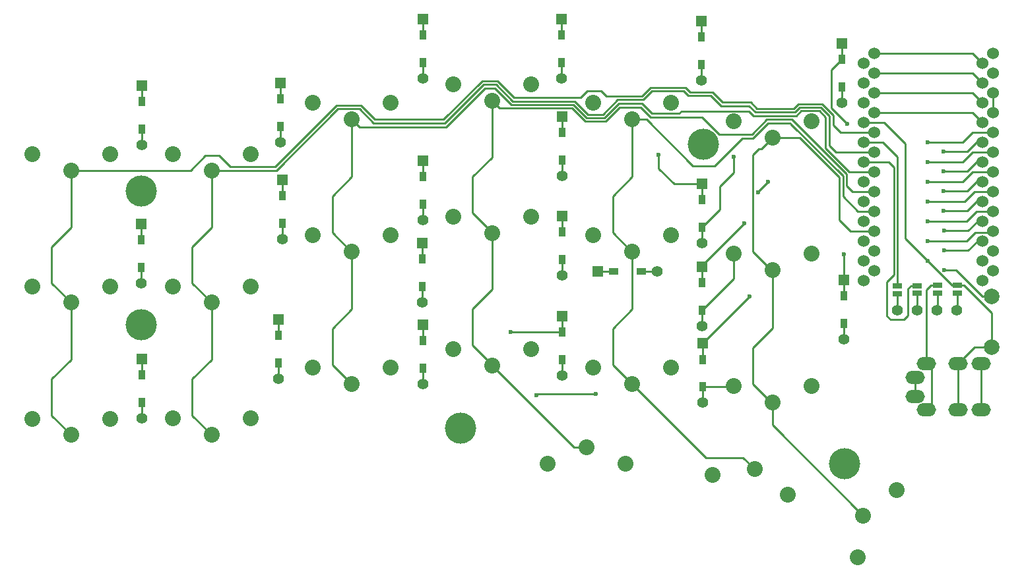
<source format=gtl>
G04 #@! TF.GenerationSoftware,KiCad,Pcbnew,(6.0.8-1)-1*
G04 #@! TF.CreationDate,2023-02-26T16:34:20+02:00*
G04 #@! TF.ProjectId,chococorne,63686f63-6f63-46f7-926e-652e6b696361,2.1*
G04 #@! TF.SameCoordinates,Original*
G04 #@! TF.FileFunction,Copper,L1,Top*
G04 #@! TF.FilePolarity,Positive*
%FSLAX46Y46*%
G04 Gerber Fmt 4.6, Leading zero omitted, Abs format (unit mm)*
G04 Created by KiCad (PCBNEW (6.0.8-1)-1) date 2023-02-26 16:34:20*
%MOMM*%
%LPD*%
G01*
G04 APERTURE LIST*
G04 #@! TA.AperFunction,ComponentPad*
%ADD10R,1.397000X1.397000*%
G04 #@! TD*
G04 #@! TA.AperFunction,SMDPad,CuDef*
%ADD11R,0.950000X1.300000*%
G04 #@! TD*
G04 #@! TA.AperFunction,ComponentPad*
%ADD12C,1.397000*%
G04 #@! TD*
G04 #@! TA.AperFunction,SMDPad,CuDef*
%ADD13R,1.300000X0.950000*%
G04 #@! TD*
G04 #@! TA.AperFunction,ComponentPad*
%ADD14O,2.500000X1.700000*%
G04 #@! TD*
G04 #@! TA.AperFunction,ComponentPad*
%ADD15C,2.032000*%
G04 #@! TD*
G04 #@! TA.AperFunction,ComponentPad*
%ADD16C,1.524000*%
G04 #@! TD*
G04 #@! TA.AperFunction,SMDPad,CuDef*
%ADD17R,1.143000X0.635000*%
G04 #@! TD*
G04 #@! TA.AperFunction,ComponentPad*
%ADD18C,2.000000*%
G04 #@! TD*
G04 #@! TA.AperFunction,ComponentPad*
%ADD19C,4.000000*%
G04 #@! TD*
G04 #@! TA.AperFunction,ViaPad*
%ADD20C,0.600000*%
G04 #@! TD*
G04 #@! TA.AperFunction,Conductor*
%ADD21C,0.250000*%
G04 #@! TD*
G04 APERTURE END LIST*
D10*
X94750000Y-60230000D03*
D11*
X94750000Y-62265000D03*
D12*
X94750000Y-67850000D03*
D11*
X94750000Y-65815000D03*
D10*
X113030000Y-52070000D03*
D11*
X113030000Y-54105000D03*
X113030000Y-57655000D03*
D12*
X113030000Y-59690000D03*
D11*
X130810000Y-54105000D03*
D10*
X130810000Y-52070000D03*
D12*
X130810000Y-59690000D03*
D11*
X130810000Y-57655000D03*
X148775000Y-54350000D03*
D10*
X148775000Y-52315000D03*
D12*
X148775000Y-59935000D03*
D11*
X148775000Y-57900000D03*
X148850000Y-75250000D03*
D10*
X148850000Y-73215000D03*
D11*
X148850000Y-78800000D03*
D12*
X148850000Y-80835000D03*
D11*
X94980000Y-74765000D03*
D10*
X94980000Y-72730000D03*
D12*
X94980000Y-80350000D03*
D11*
X94980000Y-78315000D03*
D10*
X113030000Y-70215000D03*
D11*
X113030000Y-72250000D03*
X113030000Y-75800000D03*
D12*
X113030000Y-77835000D03*
D11*
X130920000Y-66585000D03*
D10*
X130920000Y-64550000D03*
D11*
X130920000Y-70135000D03*
D12*
X130920000Y-72170000D03*
D10*
X166825000Y-55165000D03*
D11*
X166825000Y-57200000D03*
D12*
X166825000Y-62785000D03*
D11*
X166825000Y-60750000D03*
X148875000Y-85925000D03*
D10*
X148875000Y-83890000D03*
D11*
X148875000Y-89475000D03*
D12*
X148875000Y-91510000D03*
D11*
X94480000Y-92700000D03*
D10*
X94480000Y-90665000D03*
D11*
X94480000Y-96250000D03*
D12*
X94480000Y-98285000D03*
D10*
X112950000Y-80865000D03*
D11*
X112950000Y-82900000D03*
D12*
X112950000Y-88485000D03*
D11*
X112950000Y-86450000D03*
D10*
X130890000Y-77370000D03*
D11*
X130890000Y-79405000D03*
X130890000Y-82955000D03*
D12*
X130890000Y-84990000D03*
D11*
X167050000Y-87575000D03*
D10*
X167050000Y-85540000D03*
D11*
X167050000Y-91125000D03*
D12*
X167050000Y-93160000D03*
D10*
X148950000Y-93740000D03*
D11*
X148950000Y-95775000D03*
D12*
X148950000Y-101360000D03*
D11*
X148950000Y-99325000D03*
D13*
X137495000Y-84480000D03*
D10*
X135460000Y-84480000D03*
D12*
X143080000Y-84480000D03*
D13*
X141045000Y-84480000D03*
D11*
X130910000Y-92295000D03*
D10*
X130910000Y-90260000D03*
D11*
X130910000Y-95845000D03*
D12*
X130910000Y-97880000D03*
D10*
X113000000Y-91290000D03*
D11*
X113000000Y-93325000D03*
X113000000Y-96875000D03*
D12*
X113000000Y-98910000D03*
D14*
X176160000Y-98070000D03*
X176160000Y-100520000D03*
X184660000Y-96320000D03*
X184660000Y-102270000D03*
X181660000Y-102270000D03*
X181660000Y-96320000D03*
X177660000Y-96320000D03*
X177660000Y-102270000D03*
D15*
X85910000Y-71480000D03*
X80910000Y-69380000D03*
X90910000Y-69380000D03*
X103910000Y-64920000D03*
X98910000Y-62820000D03*
X108910000Y-62820000D03*
X121910000Y-62560000D03*
X116910000Y-60460000D03*
X126910000Y-60460000D03*
X139910000Y-64920000D03*
X144910000Y-62820000D03*
X134910000Y-62820000D03*
X157910000Y-67300000D03*
X152910000Y-65200000D03*
X162910000Y-65200000D03*
X85910000Y-88480000D03*
X90910000Y-86380000D03*
X80910000Y-86380000D03*
X103910000Y-81920000D03*
X108910000Y-79820000D03*
X98910000Y-79820000D03*
X121910000Y-79550000D03*
X126910000Y-77450000D03*
X116910000Y-77450000D03*
X139910000Y-81920000D03*
X144910000Y-79820000D03*
X134910000Y-79820000D03*
X157910000Y-84300000D03*
X152910000Y-82200000D03*
X162910000Y-82200000D03*
X85910000Y-105485000D03*
X80910000Y-103385000D03*
X90910000Y-103385000D03*
X103910000Y-98925000D03*
X108910000Y-96825000D03*
X98910000Y-96825000D03*
X121910000Y-96550000D03*
X126910000Y-94450000D03*
X116910000Y-94450000D03*
X139910000Y-98925000D03*
X144910000Y-96825000D03*
X134910000Y-96825000D03*
X157910000Y-101300000D03*
X162910000Y-99200000D03*
X152910000Y-99200000D03*
X134010000Y-107090000D03*
X139010000Y-109190000D03*
X129010000Y-109190000D03*
X155587032Y-109881038D03*
X159873142Y-113203577D03*
X150213883Y-110615387D03*
X169550450Y-115840000D03*
X168869103Y-121220127D03*
X173869103Y-112559873D03*
D16*
X186166400Y-56432000D03*
X169620000Y-57702000D03*
X169620000Y-60242000D03*
X186166400Y-58972000D03*
X186166400Y-61512000D03*
X169620000Y-62782000D03*
X186166400Y-64052000D03*
X169620000Y-65322000D03*
X186166400Y-66592000D03*
X169620000Y-67862000D03*
X169620000Y-70402000D03*
X186166400Y-69132000D03*
X169620000Y-72942000D03*
X186166400Y-71672000D03*
X169620000Y-75482000D03*
X186166400Y-74212000D03*
X169620000Y-78022000D03*
X186166400Y-76752000D03*
X186166400Y-79292000D03*
X169620000Y-80562000D03*
X186166400Y-81832000D03*
X169620000Y-83102000D03*
X186166400Y-84372000D03*
X169620000Y-85642000D03*
X184860000Y-85642000D03*
X170946400Y-84372000D03*
X170946400Y-81832000D03*
X184860000Y-83102000D03*
X184860000Y-80562000D03*
X170946400Y-79292000D03*
X170946400Y-76752000D03*
X184860000Y-78022000D03*
X184860000Y-75482000D03*
X170946400Y-74212000D03*
X170946400Y-71672000D03*
X184860000Y-72942000D03*
X170946400Y-69132000D03*
X184860000Y-70402000D03*
X184860000Y-67862000D03*
X170946400Y-66592000D03*
X184860000Y-65322000D03*
X170946400Y-64052000D03*
X170946400Y-61512000D03*
X184860000Y-62782000D03*
X170946400Y-58972000D03*
X184860000Y-60242000D03*
X184860000Y-57702000D03*
X170946400Y-56432000D03*
D10*
X76850000Y-78365000D03*
D11*
X76850000Y-80400000D03*
D12*
X76850000Y-85985000D03*
D11*
X76850000Y-83950000D03*
D10*
X76975000Y-95715000D03*
D11*
X76975000Y-97750000D03*
D12*
X76975000Y-103335000D03*
D11*
X76975000Y-101300000D03*
D15*
X67910000Y-88480000D03*
X72910000Y-86380000D03*
X62910000Y-86380000D03*
X67910000Y-105500000D03*
X62910000Y-103400000D03*
X72910000Y-103400000D03*
X67910000Y-71480000D03*
X62910000Y-69380000D03*
X72910000Y-69380000D03*
D17*
X179070000Y-86279620D03*
X179070000Y-87280380D03*
D12*
X173930000Y-89440000D03*
X176470000Y-89440000D03*
X179010000Y-89440000D03*
X181550000Y-89440000D03*
D17*
X176470000Y-86299620D03*
X176470000Y-87300380D03*
X173930000Y-86329620D03*
X173930000Y-87330380D03*
X181640000Y-86270020D03*
X181640000Y-87270780D03*
D18*
X186030000Y-94180000D03*
X186030000Y-87680000D03*
D10*
X76975000Y-60565000D03*
D11*
X76975000Y-62600000D03*
X76975000Y-66150000D03*
D12*
X76975000Y-68185000D03*
D19*
X149025000Y-68125000D03*
X76870000Y-74150000D03*
X117820000Y-104650000D03*
X167140000Y-109200000D03*
X76870000Y-91290000D03*
D20*
X143300000Y-69475000D03*
X177800000Y-72942000D03*
X177800000Y-75482000D03*
X167500500Y-65500000D03*
X154260000Y-78283686D03*
X154950000Y-87675000D03*
X167050000Y-82250000D03*
X177800000Y-78022000D03*
X124330000Y-92295000D03*
X177800000Y-80562000D03*
X152925000Y-69700000D03*
X157285500Y-72925000D03*
X156024500Y-74275000D03*
X135250000Y-100250000D03*
X127600000Y-100350000D03*
X177800000Y-83100000D03*
X179832000Y-69088000D03*
X179832000Y-71628000D03*
X179832000Y-74168000D03*
X179832000Y-76708000D03*
X179959000Y-79248000D03*
X179959000Y-81788000D03*
X179959000Y-84328000D03*
X177800000Y-70402000D03*
X177800000Y-67862000D03*
D21*
X148850000Y-75250000D02*
X148850000Y-73215000D01*
X143300000Y-71220792D02*
X143300000Y-69475000D01*
X113030000Y-54105000D02*
X113030000Y-52070000D01*
X76975000Y-62600000D02*
X76975000Y-60565000D01*
X148775000Y-52315000D02*
X148775000Y-54350000D01*
X145294208Y-73215000D02*
X143300000Y-71220792D01*
X130810000Y-52070000D02*
X130810000Y-54105000D01*
X183598000Y-71672000D02*
X182328000Y-72942000D01*
X94750000Y-62265000D02*
X94750000Y-60230000D01*
X148850000Y-73215000D02*
X145294208Y-73215000D01*
X182328000Y-72942000D02*
X177800000Y-72942000D01*
X186166400Y-71672000D02*
X183598000Y-71672000D01*
X94980000Y-74765000D02*
X94980000Y-72730000D01*
X167500500Y-65500000D02*
X165450000Y-63449500D01*
X186166400Y-74212000D02*
X183852000Y-74212000D01*
X148875000Y-83668686D02*
X148875000Y-83890000D01*
X76850000Y-80400000D02*
X76850000Y-78365000D01*
X165450000Y-63449500D02*
X165450000Y-58575000D01*
X165450000Y-58575000D02*
X166825000Y-57200000D01*
X154260000Y-78283686D02*
X148875000Y-83668686D01*
X148875000Y-85925000D02*
X148875000Y-83890000D01*
X183852000Y-74212000D02*
X182582000Y-75482000D01*
X166825000Y-57200000D02*
X166825000Y-55165000D01*
X130920000Y-64550000D02*
X130920000Y-66585000D01*
X182582000Y-75482000D02*
X177800000Y-75482000D01*
X113030000Y-70215000D02*
X113030000Y-72250000D01*
X94750000Y-67850000D02*
X94750000Y-65815000D01*
X167050000Y-87575000D02*
X167050000Y-85540000D01*
X130890000Y-77370000D02*
X130890000Y-79405000D01*
X184106000Y-76752000D02*
X182836000Y-78022000D01*
X167050000Y-85540000D02*
X167050000Y-82250000D01*
X148950000Y-95775000D02*
X148950000Y-93740000D01*
X148950000Y-93740000D02*
X148950000Y-93675000D01*
X94480000Y-90665000D02*
X94480000Y-92700000D01*
X148950000Y-93675000D02*
X154950000Y-87675000D01*
X186166400Y-76752000D02*
X184106000Y-76752000D01*
X112950000Y-82900000D02*
X112950000Y-80865000D01*
X182836000Y-78022000D02*
X177800000Y-78022000D01*
X76975000Y-97750000D02*
X76975000Y-95715000D01*
X113030000Y-59690000D02*
X113030000Y-57655000D01*
X135460000Y-84480000D02*
X137495000Y-84480000D01*
X130910000Y-90260000D02*
X130910000Y-92295000D01*
X182836000Y-80562000D02*
X183923001Y-79474999D01*
X130910000Y-92295000D02*
X124330000Y-92295000D01*
X177800000Y-80562000D02*
X182836000Y-80562000D01*
X113000000Y-93325000D02*
X113000000Y-91290000D01*
X183923001Y-79474999D02*
X185983401Y-79474999D01*
X185983401Y-79474999D02*
X186166400Y-79292000D01*
X130810000Y-57655000D02*
X130810000Y-59690000D01*
X148775000Y-59935000D02*
X148775000Y-57900000D01*
X151125000Y-76525000D02*
X148850000Y-78800000D01*
X152800000Y-65310000D02*
X152910000Y-65200000D01*
X152925000Y-69700000D02*
X152925000Y-71750000D01*
X152925000Y-71750000D02*
X151125000Y-73550000D01*
X151125000Y-73550000D02*
X151125000Y-76525000D01*
X148850000Y-80835000D02*
X148850000Y-78800000D01*
X94980000Y-80350000D02*
X94980000Y-78315000D01*
X113030000Y-75800000D02*
X113030000Y-77835000D01*
X108930000Y-79800000D02*
X108910000Y-79820000D01*
X130920000Y-70135000D02*
X130920000Y-72170000D01*
X156024500Y-74275000D02*
X156024500Y-74186000D01*
X166825000Y-62785000D02*
X166825000Y-60750000D01*
X156024500Y-74186000D02*
X157285500Y-72925000D01*
X152910000Y-85440000D02*
X152910000Y-82200000D01*
X148875000Y-91510000D02*
X148875000Y-89475000D01*
X148875000Y-89475000D02*
X152910000Y-85440000D01*
X94480000Y-96250000D02*
X94480000Y-98285000D01*
X112950000Y-88485000D02*
X112950000Y-86450000D01*
X108920000Y-96835000D02*
X108910000Y-96825000D01*
X130890000Y-82955000D02*
X130890000Y-84990000D01*
X167050000Y-93160000D02*
X167050000Y-91125000D01*
X148950000Y-99325000D02*
X148950000Y-101360000D01*
X148950000Y-99325000D02*
X152785000Y-99325000D01*
X152785000Y-99325000D02*
X152910000Y-99200000D01*
X141045000Y-84480000D02*
X143080000Y-84480000D01*
X130910000Y-95845000D02*
X130910000Y-97880000D01*
X135250000Y-100250000D02*
X127700000Y-100250000D01*
X113000000Y-98910000D02*
X113000000Y-96875000D01*
X127700000Y-100250000D02*
X127600000Y-100350000D01*
X186030000Y-89838520D02*
X186030000Y-94180000D01*
X180970020Y-86270020D02*
X177800000Y-83100000D01*
X181640000Y-86270020D02*
X182461500Y-86270020D01*
X181660000Y-96320000D02*
X181660000Y-102270000D01*
X172222000Y-65322000D02*
X169620000Y-65322000D01*
X174902010Y-80202010D02*
X174902010Y-68002010D01*
X186030000Y-94180000D02*
X183800000Y-94180000D01*
X170946400Y-58972000D02*
X183590000Y-58972000D01*
X177800000Y-83100000D02*
X174902010Y-80202010D01*
X183800000Y-94180000D02*
X181660000Y-96320000D01*
X183590000Y-58972000D02*
X184860000Y-60242000D01*
X174902010Y-68002010D02*
X172222000Y-65322000D01*
X181640000Y-86270020D02*
X180970020Y-86270020D01*
X182461500Y-86270020D02*
X186030000Y-89838520D01*
X186166400Y-61512000D02*
X186166400Y-64052000D01*
X178248500Y-86279620D02*
X179070000Y-86279620D01*
X177660000Y-96320000D02*
X177660000Y-86868120D01*
X177660000Y-102240000D02*
X178300000Y-101600000D01*
X178300000Y-101600000D02*
X178300000Y-96960000D01*
X177660000Y-102270000D02*
X177660000Y-102240000D01*
X177660000Y-86868120D02*
X178248500Y-86279620D01*
X178300000Y-96960000D02*
X177660000Y-96320000D01*
X170946400Y-64052000D02*
X183590000Y-64052000D01*
X183590000Y-64052000D02*
X184860000Y-65322000D01*
X65400000Y-98300000D02*
X65400000Y-102970000D01*
X67910000Y-88480000D02*
X67910000Y-95790000D01*
X65400000Y-102970000D02*
X67910000Y-105480000D01*
X67910000Y-95790000D02*
X65400000Y-98300000D01*
X184106000Y-67862000D02*
X182880000Y-69088000D01*
X184733000Y-67862000D02*
X184106000Y-67862000D01*
X182880000Y-69088000D02*
X179832000Y-69088000D01*
X179832000Y-69088000D02*
X179832000Y-69088000D01*
X165700000Y-64363592D02*
X165700000Y-65700000D01*
X155086401Y-62749991D02*
X155886400Y-63549990D01*
X67910000Y-71480000D02*
X67910000Y-78790000D01*
X155886400Y-63549990D02*
X160613600Y-63549990D01*
X133250010Y-62149990D02*
X134100000Y-61300000D01*
X83220000Y-71480000D02*
X85100000Y-69600000D01*
X88300000Y-71000000D02*
X94063590Y-71000000D01*
X136549990Y-61949990D02*
X141113600Y-61949990D01*
X166592000Y-66592000D02*
X170946400Y-66592000D01*
X67910000Y-71480000D02*
X83220000Y-71480000D01*
X86900000Y-69600000D02*
X88300000Y-71000000D01*
X135900000Y-61300000D02*
X136549990Y-61949990D01*
X147349990Y-61449990D02*
X150171234Y-61449991D01*
X146749990Y-60849990D02*
X147349990Y-61449990D01*
X150171234Y-61449991D02*
X151471233Y-62749990D01*
X160613600Y-63549990D02*
X161213600Y-62949990D01*
X85100000Y-69600000D02*
X86900000Y-69600000D01*
X94063590Y-71000000D02*
X101934601Y-63128989D01*
X151471233Y-62749990D02*
X155086401Y-62749991D01*
X106886400Y-64949990D02*
X115677190Y-64949990D01*
X65400000Y-85970000D02*
X67910000Y-88480000D01*
X101934601Y-63128989D02*
X105065400Y-63128990D01*
X115677190Y-64949990D02*
X120627200Y-59999980D01*
X134100000Y-61300000D02*
X135900000Y-61300000D01*
X161213600Y-62949990D02*
X164286398Y-62949990D01*
X67910000Y-78790000D02*
X65400000Y-81300000D01*
X164286398Y-62949990D02*
X165700000Y-64363592D01*
X124757493Y-62149990D02*
X133250010Y-62149990D01*
X141113600Y-61949990D02*
X142213600Y-60849990D01*
X165700000Y-65700000D02*
X166592000Y-66592000D01*
X142213600Y-60849990D02*
X146749990Y-60849990D01*
X65400000Y-81300000D02*
X65400000Y-85970000D01*
X120627200Y-59999980D02*
X122607484Y-59999981D01*
X122607484Y-59999981D02*
X124757493Y-62149990D01*
X105065400Y-63128990D02*
X106886400Y-64949990D01*
X83400000Y-102970000D02*
X85910000Y-105480000D01*
X85910000Y-95790000D02*
X83400000Y-98300000D01*
X83400000Y-98300000D02*
X83400000Y-102970000D01*
X85910000Y-88480000D02*
X85910000Y-95790000D01*
X83400000Y-85970000D02*
X85910000Y-88480000D01*
X85910000Y-78790000D02*
X83400000Y-81300000D01*
X83400000Y-81300000D02*
X83400000Y-85970000D01*
X85910000Y-71480000D02*
X85910000Y-78790000D01*
X182880000Y-71628000D02*
X179832000Y-71628000D01*
X184106000Y-70402000D02*
X182880000Y-71628000D01*
X184733000Y-70402000D02*
X184106000Y-70402000D01*
X179832000Y-71628000D02*
X179832000Y-71628000D01*
X141300000Y-62400000D02*
X142400000Y-61300000D01*
X164100001Y-63400000D02*
X165200000Y-64500000D01*
X85910000Y-71480000D02*
X94220000Y-71480000D01*
X138027179Y-62400000D02*
X141300000Y-62400000D01*
X94220000Y-71480000D02*
X102121001Y-63578999D01*
X149984833Y-61900000D02*
X151284833Y-63200000D01*
X115863590Y-65400000D02*
X120813600Y-60449990D01*
X142400000Y-61300000D02*
X146500000Y-61300000D01*
X136127201Y-64299978D02*
X138027179Y-62400000D01*
X151284833Y-63200000D02*
X154900000Y-63200000D01*
X165200000Y-68332000D02*
X166000000Y-69132000D01*
X106700000Y-65400000D02*
X115863590Y-65400000D01*
X147100000Y-61900000D02*
X149984833Y-61900000D01*
X120813600Y-60449990D02*
X122421083Y-60449990D01*
X160800000Y-64000000D02*
X161400000Y-63400000D01*
X104878999Y-63578999D02*
X106700000Y-65400000D01*
X134227198Y-64299978D02*
X136127201Y-64299978D01*
X161400000Y-63400000D02*
X164100001Y-63400000D01*
X102121001Y-63578999D02*
X104878999Y-63578999D01*
X124571093Y-62600000D02*
X132527220Y-62600000D01*
X122421083Y-60449990D02*
X124571093Y-62600000D01*
X165200000Y-64500000D02*
X165200000Y-68332000D01*
X166000000Y-69132000D02*
X170946400Y-69132000D01*
X146500000Y-61300000D02*
X147100000Y-61900000D01*
X132527220Y-62600000D02*
X134227198Y-64299978D01*
X155700000Y-64000000D02*
X160800000Y-64000000D01*
X154900000Y-63200000D02*
X155700000Y-64000000D01*
X103910000Y-64980000D02*
X103910000Y-72290000D01*
X103910000Y-72290000D02*
X101400000Y-74800000D01*
X101400000Y-79470000D02*
X103910000Y-81980000D01*
X101400000Y-74800000D02*
X101400000Y-79470000D01*
X101400000Y-91800000D02*
X101400000Y-96470000D01*
X101400000Y-96470000D02*
X103910000Y-98980000D01*
X103910000Y-89290000D02*
X101400000Y-91800000D01*
X103910000Y-81980000D02*
X103910000Y-89290000D01*
X182880000Y-74168000D02*
X179832000Y-74168000D01*
X184733000Y-72942000D02*
X184106000Y-72942000D01*
X184106000Y-72942000D02*
X182880000Y-74168000D01*
X179832000Y-74168000D02*
X179832000Y-74168000D01*
X167744821Y-71672000D02*
X164700000Y-68627179D01*
X145369991Y-64179991D02*
X145351001Y-64161001D01*
X155425011Y-64450011D02*
X160986400Y-64450011D01*
X132340820Y-63050011D02*
X124384693Y-63050011D01*
X121000000Y-60900001D02*
X115964002Y-65935999D01*
X104925999Y-65935999D02*
X103910000Y-64920000D01*
X122234683Y-60900001D02*
X121000000Y-60900001D01*
X145870011Y-64179991D02*
X146191002Y-63859000D01*
X163913601Y-63850011D02*
X161586400Y-63850011D01*
X124384693Y-63050011D02*
X122234683Y-60900001D01*
X170946400Y-71672000D02*
X167744821Y-71672000D01*
X164700000Y-64636410D02*
X163913601Y-63850011D01*
X161586400Y-63850011D02*
X160986400Y-64450011D01*
X146191002Y-63859000D02*
X154834000Y-63859000D01*
X142397411Y-64161001D02*
X141136410Y-62900000D01*
X136313601Y-64749989D02*
X134040798Y-64749989D01*
X145351001Y-64161001D02*
X142397411Y-64161001D01*
X154834000Y-63859000D02*
X155425011Y-64450011D01*
X164700000Y-68627179D02*
X164700000Y-64636410D01*
X145870011Y-64179991D02*
X145369991Y-64179991D01*
X138163590Y-62900000D02*
X136313601Y-64749989D01*
X134040798Y-64749989D02*
X132340820Y-63050011D01*
X115964002Y-65935999D02*
X104925999Y-65935999D01*
X141136410Y-62900000D02*
X138163590Y-62900000D01*
X119400000Y-93970000D02*
X121910000Y-96480000D01*
X119400000Y-89300000D02*
X119400000Y-93970000D01*
X121910000Y-79480000D02*
X121910000Y-86790000D01*
X121910000Y-86790000D02*
X119400000Y-89300000D01*
X119400000Y-76970000D02*
X121910000Y-79480000D01*
X121910000Y-62480000D02*
X121910000Y-69790000D01*
X121910000Y-69790000D02*
X119400000Y-72300000D01*
X119400000Y-72300000D02*
X119400000Y-76970000D01*
X182880000Y-76708000D02*
X179832000Y-76708000D01*
X184106000Y-75482000D02*
X182880000Y-76708000D01*
X184733000Y-75482000D02*
X184106000Y-75482000D01*
X179832000Y-76708000D02*
X179832000Y-76708000D01*
X132450000Y-107090000D02*
X121910000Y-96550000D01*
X157150010Y-64949989D02*
X160386400Y-64949989D01*
X134010000Y-107090000D02*
X132450000Y-107090000D01*
X122850022Y-63500022D02*
X121910000Y-62560000D01*
X138300000Y-63400000D02*
X136500000Y-65200000D01*
X136500000Y-65200000D02*
X133854398Y-65200000D01*
X142229999Y-64630001D02*
X140999999Y-63400000D01*
X168136000Y-74212000D02*
X170946400Y-74212000D01*
X167412000Y-71975590D02*
X167412000Y-73488000D01*
X151025547Y-66837500D02*
X148818048Y-64630001D01*
X140999999Y-63400000D02*
X138300000Y-63400000D01*
X148818048Y-64630001D02*
X142229999Y-64630001D01*
X167412000Y-73488000D02*
X168136000Y-74212000D01*
X155262500Y-66837500D02*
X151025547Y-66837500D01*
X133854398Y-65200000D02*
X132154420Y-63500022D01*
X160386400Y-64949989D02*
X167412000Y-71975590D01*
X155262500Y-66837500D02*
X157150010Y-64949989D01*
X132154420Y-63500022D02*
X122850022Y-63500022D01*
X137400000Y-74800000D02*
X137400000Y-79470000D01*
X139910000Y-72290000D02*
X137400000Y-74800000D01*
X139910000Y-64980000D02*
X139910000Y-72290000D01*
X137400000Y-79470000D02*
X139910000Y-81980000D01*
X139910000Y-89290000D02*
X137400000Y-91800000D01*
X137400000Y-96470000D02*
X139910000Y-98980000D01*
X139910000Y-81980000D02*
X139910000Y-89290000D01*
X137400000Y-91800000D02*
X137400000Y-96470000D01*
X179959000Y-79248000D02*
X179959000Y-79248000D01*
X160200000Y-65400000D02*
X157336410Y-65400000D01*
X155386400Y-67350011D02*
X154024989Y-67350011D01*
X184233000Y-78022000D02*
X183007000Y-79248000D01*
X184860000Y-78022000D02*
X184233000Y-78022000D01*
X150475000Y-70900000D02*
X147700000Y-70900000D01*
X154024989Y-67350011D02*
X150475000Y-70900000D01*
X166950011Y-74850011D02*
X166950011Y-72213600D01*
X170946400Y-76752000D02*
X168852000Y-76752000D01*
X166950011Y-72213600D02*
X160200000Y-65463590D01*
X141720000Y-64920000D02*
X139910000Y-64920000D01*
X154120994Y-108415000D02*
X155587032Y-109881038D01*
X183007000Y-79248000D02*
X179959000Y-79248000D01*
X139910000Y-98925000D02*
X149400000Y-108415000D01*
X168852000Y-76752000D02*
X166950011Y-74850011D01*
X149400000Y-108415000D02*
X154120994Y-108415000D01*
X157336410Y-65400000D02*
X155386400Y-67350011D01*
X160200000Y-65463590D02*
X160200000Y-65400000D01*
X147700000Y-70900000D02*
X141720000Y-64920000D01*
X183007000Y-81788000D02*
X179959000Y-81788000D01*
X184233000Y-80562000D02*
X183007000Y-81788000D01*
X184860000Y-80562000D02*
X184233000Y-80562000D01*
X179959000Y-81788000D02*
X179959000Y-81788000D01*
X157910000Y-91790000D02*
X157910000Y-84480000D01*
X157910000Y-84480000D02*
X155400000Y-81970000D01*
X155400000Y-98970000D02*
X155400000Y-94300000D01*
X156150000Y-68700000D02*
X156510000Y-68700000D01*
X166500000Y-77900000D02*
X167892000Y-79292000D01*
X157910000Y-67300000D02*
X161400000Y-67300000D01*
X155400000Y-94300000D02*
X157910000Y-91790000D01*
X156510000Y-68700000D02*
X157910000Y-67300000D01*
X167892000Y-79292000D02*
X170946400Y-79292000D01*
X166500000Y-72400000D02*
X166500000Y-77900000D01*
X157910000Y-101300000D02*
X157910000Y-104199550D01*
X155400000Y-69450000D02*
X156150000Y-68700000D01*
X161400000Y-67300000D02*
X166500000Y-72400000D01*
X157910000Y-104199550D02*
X169550450Y-115840000D01*
X155400000Y-81970000D02*
X155400000Y-69450000D01*
X157910000Y-101480000D02*
X155400000Y-98970000D01*
X184660000Y-96320000D02*
X184660000Y-102270000D01*
X183590000Y-61512000D02*
X184860000Y-62782000D01*
X170946400Y-61512000D02*
X183590000Y-61512000D01*
X181483000Y-84328000D02*
X184835000Y-87680000D01*
X179959000Y-84328000D02*
X181483000Y-84328000D01*
X184835000Y-87680000D02*
X186030000Y-87680000D01*
X174722000Y-90678000D02*
X173078000Y-90678000D01*
X173479990Y-71079990D02*
X172802000Y-70402000D01*
X172593000Y-90193000D02*
X172593000Y-85807000D01*
X176470000Y-86299620D02*
X175648500Y-86299620D01*
X175300000Y-90100000D02*
X174722000Y-90678000D01*
X186166400Y-69132000D02*
X183598000Y-69132000D01*
X175300000Y-86648120D02*
X175300000Y-90100000D01*
X173078000Y-90678000D02*
X172593000Y-90193000D01*
X182328000Y-70402000D02*
X177800000Y-70402000D01*
X173479990Y-84920010D02*
X173479990Y-71079990D01*
X172593000Y-85807000D02*
X173479990Y-84920010D01*
X175648500Y-86299620D02*
X175300000Y-86648120D01*
X183598000Y-69132000D02*
X182328000Y-70402000D01*
X172802000Y-70402000D02*
X169620000Y-70402000D01*
X182328000Y-67862000D02*
X177800000Y-67862000D01*
X173930000Y-86329620D02*
X173930000Y-69730000D01*
X186166400Y-66592000D02*
X183598000Y-66592000D01*
X173930000Y-69730000D02*
X172062000Y-67862000D01*
X183598000Y-66592000D02*
X182328000Y-67862000D01*
X172062000Y-67862000D02*
X169620000Y-67862000D01*
X173930000Y-87330380D02*
X173930000Y-89440000D01*
X176470000Y-87300380D02*
X176470000Y-89440000D01*
X181640000Y-89350000D02*
X181550000Y-89440000D01*
X181640000Y-87270780D02*
X181640000Y-89350000D01*
X179070000Y-89380000D02*
X179010000Y-89440000D01*
X179070000Y-87280380D02*
X179070000Y-89380000D01*
X176160000Y-98070000D02*
X176160000Y-100520000D01*
X183590000Y-56432000D02*
X184860000Y-57702000D01*
X170946400Y-56432000D02*
X183590000Y-56432000D01*
X76975000Y-68185000D02*
X76975000Y-66150000D01*
X62870000Y-69380000D02*
X62910000Y-69380000D01*
X76850000Y-85985000D02*
X76850000Y-83950000D01*
X76975000Y-103335000D02*
X76975000Y-101300000D01*
M02*

</source>
